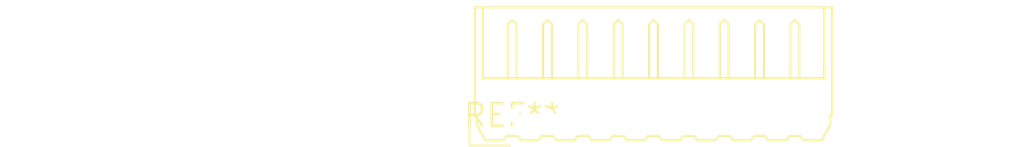
<source format=kicad_pcb>
(kicad_pcb (version 20240108) (generator pcbnew)
  (layers (0 "F.Cu" signal) (31 "B.Cu" signal) (34 "B.Paste" user) (35 "F.Paste" user) (36 "B.SilkS" user "B.Silkscreen") (37 "F.SilkS" user "F.Silkscreen") (38 "B.Mask" user) (39 "F.Mask" user) (44 "Edge.Cuts" user))
  (net 0 "")
  (footprint "Molex_Micro-Latch_53254-0970_1x09_P2.00mm_Horizontal" (layer "F.Cu") (at 0 0)
    (property "Reference" "REF**")
    (property "Value" "Molex_Micro-Latch_53254-0970_1x09_P2.00mm_Horizontal")
    (fp_line (start -2.41 1.71) (end -2.41 -0.59) (layer "F.SilkS") (stroke (width 0.12)))
    (fp_line (start -2.11 -6.11) (end 8 -6.11) (layer "F.SilkS") (stroke (width 0.12)))
    (fp_line (start -2.11 0) (end -2.11 -6.11) (layer "F.SilkS") (stroke (width 0.12)))
    (fp_line (start -2.01 0) (end -2.11 0) (layer "F.SilkS") (stroke (width 0.12)))
    (fp_line (start -2.01 0.5) (end -2.01 0) (layer "F.SilkS") (stroke (width 0.12)))
    (fp_line (start -1.66 -6.11) (end -1.66 -2.1) (layer "F.SilkS") (stroke (width 0.12)))
    (fp_line (start -1.66 -2.1) (end 17.66 -2.1) (layer "F.SilkS") (stroke (width 0.12)))
    (fp_line (start -1.51 1.41) (end -2.01 0.5) (layer "F.SilkS") (stroke (width 0.12)))
    (fp_line (start -0.5 1.41) (end -1.51 1.41) (layer "F.SilkS") (stroke (width 0.12)))
    (fp_line (start -0.3 1.16) (end -0.5 1.41) (layer "F.SilkS") (stroke (width 0.12)))
    (fp_line (start -0.3 1.16) (end 0.3 1.16) (layer "F.SilkS") (stroke (width 0.12)))
    (fp_line (start -0.25 -5.15) (end 0 -5.4) (layer "F.SilkS") (stroke (width 0.12)))
    (fp_line (start -0.25 -2.1) (end -0.25 -5.15) (layer "F.SilkS") (stroke (width 0.12)))
    (fp_line (start -0.11 1.71) (end -2.41 1.71) (layer "F.SilkS") (stroke (width 0.12)))
    (fp_line (start 0 -5.4) (end 0.25 -5.15) (layer "F.SilkS") (stroke (width 0.12)))
    (fp_line (start 0.25 -5.15) (end 0.25 -2.1) (layer "F.SilkS") (stroke (width 0.12)))
    (fp_line (start 0.3 1.16) (end 0.5 1.41) (layer "F.SilkS") (stroke (width 0.12)))
    (fp_line (start 0.5 1.41) (end 1.5 1.41) (layer "F.SilkS") (stroke (width 0.12)))
    (fp_line (start 1.5 1.41) (end 1.7 1.16) (layer "F.SilkS") (stroke (width 0.12)))
    (fp_line (start 1.7 1.16) (end 2.3 1.16) (layer "F.SilkS") (stroke (width 0.12)))
    (fp_line (start 1.75 -5.15) (end 2 -5.4) (layer "F.SilkS") (stroke (width 0.12)))
    (fp_line (start 1.75 -2.1) (end 1.75 -5.15) (layer "F.SilkS") (stroke (width 0.12)))
    (fp_line (start 2 -5.4) (end 2.25 -5.15) (layer "F.SilkS") (stroke (width 0.12)))
    (fp_line (start 2.25 -5.15) (end 2.25 -2.1) (layer "F.SilkS") (stroke (width 0.12)))
    (fp_line (start 2.3 1.16) (end 2.5 1.41) (layer "F.SilkS") (stroke (width 0.12)))
    (fp_line (start 2.5 1.41) (end 3.5 1.41) (layer "F.SilkS") (stroke (width 0.12)))
    (fp_line (start 3.5 1.41) (end 3.7 1.16) (layer "F.SilkS") (stroke (width 0.12)))
    (fp_line (start 3.7 1.16) (end 4.3 1.16) (layer "F.SilkS") (stroke (width 0.12)))
    (fp_line (start 3.75 -5.15) (end 4 -5.4) (layer "F.SilkS") (stroke (width 0.12)))
    (fp_line (start 3.75 -2.1) (end 3.75 -5.15) (layer "F.SilkS") (stroke (width 0.12)))
    (fp_line (start 4 -5.4) (end 4.25 -5.15) (layer "F.SilkS") (stroke (width 0.12)))
    (fp_line (start 4.25 -5.15) (end 4.25 -2.1) (layer "F.SilkS") (stroke (width 0.12)))
    (fp_line (start 4.3 1.16) (end 4.5 1.41) (layer "F.SilkS") (stroke (width 0.12)))
    (fp_line (start 4.5 1.41) (end 5.5 1.41) (layer "F.SilkS") (stroke (width 0.12)))
    (fp_line (start 5.5 1.41) (end 5.7 1.16) (layer "F.SilkS") (stroke (width 0.12)))
    (fp_line (start 5.7 1.16) (end 6.3 1.16) (layer "F.SilkS") (stroke (width 0.12)))
    (fp_line (start 5.75 -5.15) (end 6 -5.4) (layer "F.SilkS") (stroke (width 0.12)))
    (fp_line (start 5.75 -2.1) (end 5.75 -5.15) (layer "F.SilkS") (stroke (width 0.12)))
    (fp_line (start 6 -5.4) (end 6.25 -5.15) (layer "F.SilkS") (stroke (width 0.12)))
    (fp_line (start 6.25 -5.15) (end 6.25 -2.1) (layer "F.SilkS") (stroke (width 0.12)))
    (fp_line (start 6.3 1.16) (end 6.5 1.41) (layer "F.SilkS") (stroke (width 0.12)))
    (fp_line (start 6.5 1.41) (end 7.5 1.41) (layer "F.SilkS") (stroke (width 0.12)))
    (fp_line (start 7.5 1.41) (end 7.7 1.16) (layer "F.SilkS") (stroke (width 0.12)))
    (fp_line (start 7.7 1.16) (end 8.3 1.16) (layer "F.SilkS") (stroke (width 0.12)))
    (fp_line (start 7.75 -5.15) (end 8 -5.4) (layer "F.SilkS") (stroke (width 0.12)))
    (fp_line (start 7.75 -2.1) (end 7.75 -5.15) (layer "F.SilkS") (stroke (width 0.12)))
    (fp_line (start 8 -5.4) (end 8.25 -5.15) (layer "F.SilkS") (stroke (width 0.12)))
    (fp_line (start 8.25 -5.15) (end 8.25 -2.1) (layer "F.SilkS") (stroke (width 0.12)))
    (fp_line (start 8.3 1.16) (end 8.5 1.41) (layer "F.SilkS") (stroke (width 0.12)))
    (fp_line (start 8.5 1.41) (end 9.5 1.41) (layer "F.SilkS") (stroke (width 0.12)))
    (fp_line (start 9.5 1.41) (end 9.7 1.16) (layer "F.SilkS") (stroke (width 0.12)))
    (fp_line (start 9.7 1.16) (end 10.3 1.16) (layer "F.SilkS") (stroke (width 0.12)))
    (fp_line (start 9.75 -5.15) (end 10 -5.4) (layer "F.SilkS") (stroke (width 0.12)))
    (fp_line (start 9.75 -2.1) (end 9.75 -5.15) (layer "F.SilkS") (stroke (width 0.12)))
    (fp_line (start 10 -5.4) (end 10.25 -5.15) (layer "F.SilkS") (stroke (width 0.12)))
    (fp_line (start 10.25 -5.15) (end 10.25 -2.1) (layer "F.SilkS") (stroke (width 0.12)))
    (fp_line (start 10.3 1.16) (end 10.5 1.41) (layer "F.SilkS") (stroke (width 0.12)))
    (fp_line (start 10.5 1.41) (end 11.5 1.41) (layer "F.SilkS") (stroke (width 0.12)))
    (fp_line (start 11.5 1.41) (end 11.7 1.16) (layer "F.SilkS") (stroke (width 0.12)))
    (fp_line (start 11.7 1.16) (end 12.3 1.16) (layer "F.SilkS") (stroke (width 0.12)))
    (fp_line (start 11.75 -5.15) (end 12 -5.4) (layer "F.SilkS") (stroke (width 0.12)))
    (fp_line (start 11.75 -2.1) (end 11.75 -5.15) (layer "F.SilkS") (stroke (width 0.12)))
    (fp_line (start 12 -5.4) (end 12.25 -5.15) (layer "F.SilkS") (stroke (width 0.12)))
    (fp_line (start 12.25 -5.15) (end 12.25 -2.1) (layer "F.SilkS") (stroke (width 0.12)))
    (fp_line (start 12.3 1.16) (end 12.5 1.41) (layer "F.SilkS") (stroke (width 0.12)))
    (fp_line (start 12.5 1.41) (end 13.5 1.41) (layer "F.SilkS") (stroke (width 0.12)))
    (fp_line (start 13.5 1.41) (end 13.7 1.16) (layer "F.SilkS") (stroke (width 0.12)))
    (fp_line (start 13.7 1.16) (end 14.3 1.16) (layer "F.SilkS") (stroke (width 0.12)))
    (fp_line (start 13.75 -5.15) (end 14 -5.4) (layer "F.SilkS") (stroke (width 0.12)))
    (fp_line (start 13.75 -2.1) (end 13.75 -5.15) (layer "F.SilkS") (stroke (width 0.12)))
    (fp_line (start 14 -5.4) (end 14.25 -5.15) (layer "F.SilkS") (stroke (width 0.12)))
    (fp_line (start 14.25 -5.15) (end 14.25 -2.1) (layer "F.SilkS") (stroke (width 0.12)))
    (fp_line (start 14.3 1.16) (end 14.5 1.41) (layer "F.SilkS") (stroke (width 0.12)))
    (fp_line (start 14.5 1.41) (end 15.5 1.41) (layer "F.SilkS") (stroke (width 0.12)))
    (fp_line (start 15.5 1.41) (end 15.7 1.16) (layer "F.SilkS") (stroke (width 0.12)))
    (fp_line (start 15.7 1.16) (end 16.3 1.16) (layer "F.SilkS") (stroke (width 0.12)))
    (fp_line (start 15.75 -5.15) (end 16 -5.4) (layer "F.SilkS") (stroke (width 0.12)))
    (fp_line (start 15.75 -2.1) (end 15.75 -5.15) (layer "F.SilkS") (stroke (width 0.12)))
    (fp_line (start 16 -5.4) (end 16.25 -5.15) (layer "F.SilkS") (stroke (width 0.12)))
    (fp_line (start 16.25 -5.15) (end 16.25 -2.1) (layer "F.SilkS") (stroke (width 0.12)))
    (fp_line (start 16.3 1.16) (end 16.5 1.41) (layer "F.SilkS") (stroke (width 0.12)))
    (fp_line (start 16.5 1.41) (end 17.51 1.41) (layer "F.SilkS") (stroke (width 0.12)))
    (fp_line (start 17.51 1.41) (end 18.01 0.5) (layer "F.SilkS") (stroke (width 0.12)))
    (fp_line (start 17.66 -2.1) (end 17.66 -6.11) (layer "F.SilkS") (stroke (width 0.12)))
    (fp_line (start 18.01 0) (end 18.11 0) (layer "F.SilkS") (stroke (width 0.12)))
    (fp_line (start 18.01 0.5) (end 18.01 0) (layer "F.SilkS") (stroke (width 0.12)))
    (fp_line (start 18.11 -6.11) (end 8 -6.11) (layer "F.SilkS") (stroke (width 0.12)))
    (fp_line (start 18.11 0) (end 18.11 -6.11) (layer "F.SilkS") (stroke (width 0.12)))
    (pad "1" thru_hole roundrect (at 0 0) (size 1.2 1.8) (drill 0.8) (layers *.Cu *.Mask) (remove_unused_layers) (roundrect_rratio 0.208333))
    (pad "2" thru_hole oval (at 2 0) (size 1.2 1.8) (drill 0.8) (layers *.Cu *.Mask) (remove_unused_layers))
    (pad "3" thru_hole oval (at 4 0) (size 1.2 1.8) (drill 0.8) (layers *.Cu *.Mask) (remove_unused_layers))
    (pad "4" thru_hole oval (at 6 0) (size 1.2 1.8) (drill 0.8) (layers *.Cu *.Mask) (remove_unused_layers))
    (pad "5" thru_hole oval (at 8 0) (size 1.2 1.8) (drill 0.8) (layers *.Cu *.Mask) (remove_unused_layers))
    (pad "6" thru_hole oval (at 10 0) (size 1.2 1.8) (drill 0.8) (layers *.Cu *.Mask) (remove_unused_layers))
    (pad "7" thru_hole oval (at 12 0) (size 1.2 1.8) (drill 0.8) (layers *.Cu *.Mask) (remove_unused_layers))
    (pad "8" thru_hole oval (at 14 0) (size 1.2 1.8) (drill 0.8) (layers *.Cu *.Mask) (remove_unused_layers))
    (pad "9" thru_hole oval (at 16 0) (size 1.2 1.8) (drill 0.8) (layers *.Cu *.Mask) (remove_unused_layers))
  )
)
</source>
